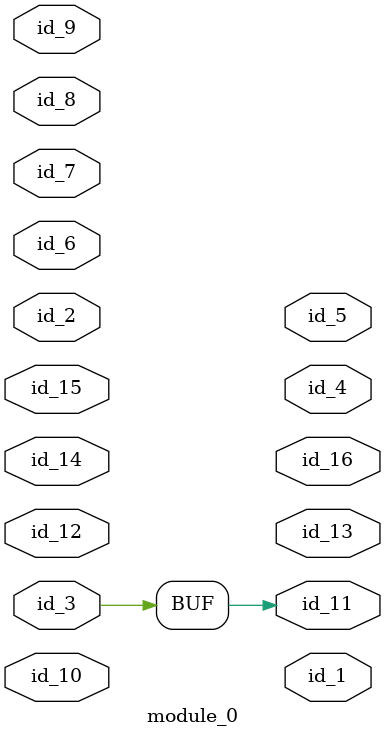
<source format=v>
module module_0 (
    id_1,
    id_2,
    id_3,
    id_4,
    id_5,
    id_6,
    id_7,
    id_8,
    id_9,
    id_10,
    id_11,
    id_12,
    id_13,
    id_14,
    id_15,
    id_16
);
  output id_16;
  input id_15;
  inout id_14;
  output id_13;
  inout id_12;
  output id_11;
  inout id_10;
  input id_9;
  input id_8;
  input id_7;
  inout id_6;
  output id_5;
  output id_4;
  inout id_3;
  inout id_2;
  output id_1;
  assign id_11 = id_3;
endmodule

</source>
